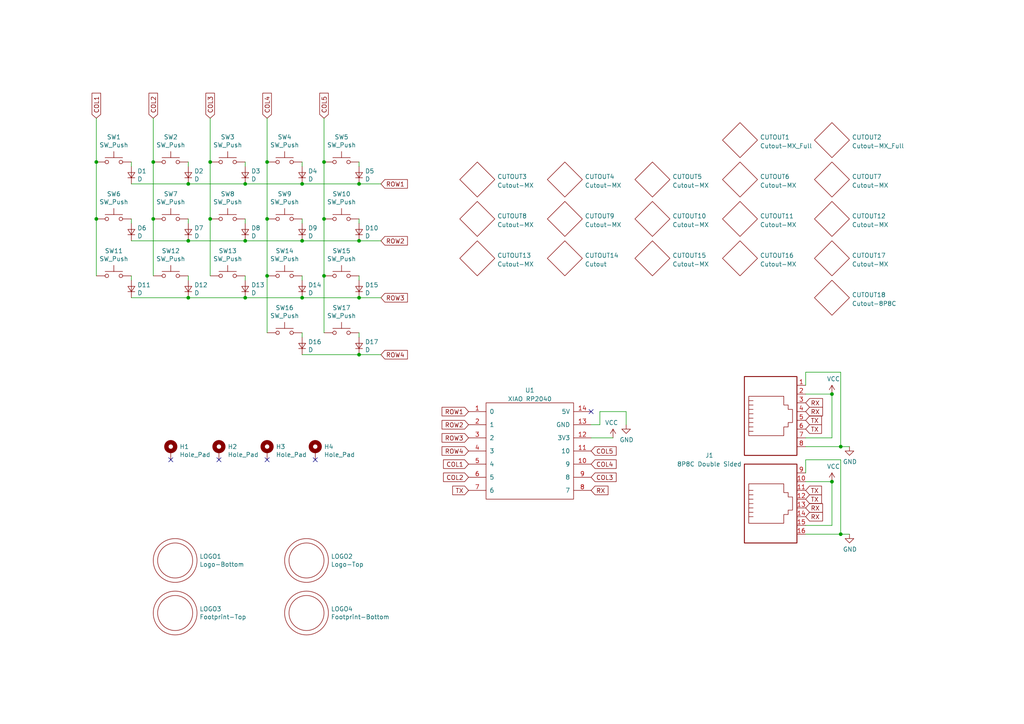
<source format=kicad_sch>
(kicad_sch (version 20211123) (generator eeschema)
  (paper "A4")
  (title_block (title "Janus") (date "2022-06-24") (rev "1.0") (company "skarrmann"))
  (lib_symbols
    (symbol "janus-components:8P8C Double Sided" (pin_names (offset 1.016))
      (property "Reference" "J" (at 0 0 0))
      (property "Value" "8P8C Double Sided" (at 0 -26.035 0))
      (symbol "8P8C Double Sided_1_1"
        (rectangle (start -6.985 24.13) (end 8.255 1.27) (stroke (width 0.254)))
        (polyline (pts (xy -4.445 -8.89) (xy -5.715 -8.89)))
        (polyline (pts (xy -4.445 8.255) (xy -5.715 8.255)))
        (polyline (pts (xy -4.445 9.525) (xy -5.715 9.525)))
        (polyline (pts (xy 8.255 -5.08) (xy 8.255 -6.35)))
        (polyline (pts (xy -5.715 -16.51) (xy -4.445 -16.51) (xy -4.445 -16.51)))
        (polyline (pts (xy -5.715 -15.24) (xy -4.445 -15.24) (xy -4.445 -15.24)))
        (polyline (pts (xy -5.715 -13.97) (xy -4.445 -13.97) (xy -4.445 -13.97)))
        (polyline (pts (xy -5.715 -12.7) (xy -4.445 -12.7) (xy -4.445 -12.7)))
        (polyline (pts (xy -5.715 -11.43) (xy -4.445 -11.43) (xy -4.445 -11.43)))
        (polyline (pts (xy -5.715 12.065) (xy -4.445 12.065) (xy -4.445 12.065)))
        (polyline (pts (xy -5.715 13.335) (xy -4.445 13.335) (xy -4.445 13.335)))
        (polyline (pts (xy -5.715 14.605) (xy -4.445 14.605) (xy -4.445 14.605)))
        (polyline (pts (xy -5.715 15.875) (xy -4.445 15.875) (xy -4.445 15.875)))
        (polyline (pts (xy -5.715 17.145) (xy -4.445 17.145) (xy -4.445 17.145)))
        (polyline (pts (xy -4.445 -10.16) (xy -5.715 -10.16) (xy -5.715 -10.16)))
        (polyline (pts (xy -4.445 10.795) (xy -5.715 10.795) (xy -5.715 10.795)))
        (polyline (pts (xy -5.715 -18.415) (xy -5.715 -6.985) (xy 4.445 -6.985) (xy 4.445 -9.525) (xy 5.715 -9.525) (xy 5.715 -10.795) (xy 6.985 -10.795) (xy 6.985 -14.605) (xy 5.715 -14.605) (xy 5.715 -15.875) (xy 4.445 -15.875) (xy 4.445 -18.415) (xy -5.715 -18.415) (xy -5.715 -18.415)))
        (polyline (pts (xy -5.715 18.415) (xy -5.715 6.985) (xy 4.445 6.985) (xy 4.445 9.525) (xy 5.715 9.525) (xy 5.715 10.795) (xy 6.985 10.795) (xy 6.985 14.605) (xy 5.715 14.605) (xy 5.715 15.875) (xy 4.445 15.875) (xy 4.445 18.415) (xy -5.715 18.415) (xy -5.715 18.415)))
        (rectangle (start 8.255 -1.27) (end -6.985 -24.13) (stroke (width 0.254)))
        (pin passive line (at 10.795 21.59 180) (length 2.54) (name "~") (number "1"))
        (pin passive line (at 10.795 -6.35 180) (length 2.54) (name "~") (number "10"))
        (pin passive line (at 10.795 -8.89 180) (length 2.54) (name "~") (number "11"))
        (pin passive line (at 10.795 -11.43 180) (length 2.54) (name "~") (number "12"))
        (pin passive line (at 10.795 -13.97 180) (length 2.54) (name "~") (number "13"))
        (pin passive line (at 10.795 -16.51 180) (length 2.54) (name "~") (number "14"))
        (pin passive line (at 10.795 -19.05 180) (length 2.54) (name "~") (number "15"))
        (pin passive line (at 10.795 -21.59 180) (length 2.54) (name "~") (number "16"))
        (pin passive line (at 10.795 19.05 180) (length 2.54) (name "~") (number "2"))
        (pin passive line (at 10.795 16.51 180) (length 2.54) (name "~") (number "3"))
        (pin passive line (at 10.795 13.97 180) (length 2.54) (name "~") (number "4"))
        (pin passive line (at 10.795 11.43 180) (length 2.54) (name "~") (number "5"))
        (pin passive line (at 10.795 8.89 180) (length 2.54) (name "~") (number "6"))
        (pin passive line (at 10.795 6.35 180) (length 2.54) (name "~") (number "7"))
        (pin passive line (at 10.795 3.81 180) (length 2.54) (name "~") (number "8"))
        (pin passive line (at 10.795 -3.81 180) (length 2.54) (name "~") (number "9"))
      )
    )
    (symbol "janus-components:Cutout" (pin_names (offset 1.016))
      (property "Reference" "CUTOUT" (at 0 -1.27 0))
      (property "Value" "Cutout" (at 0 1.27 0))
      (symbol "Cutout_0_1"
        (polyline (pts (xy 0 5.08) (xy 5.08 0) (xy 0 -5.08) (xy -5.08 0) (xy 0 5.08)) (stroke (width 0.1524)))
      )
    )
    (symbol "janus-components:D" (pin_numbers hide) (pin_names (offset 0.254) hide)
      (property "Reference" "D" (at -1.27 2.032 0))
      (property "Value" "janus-components_D" (at -1.27 -2.032 0))
      (symbol "D_0_1"
        (polyline (pts (xy -0.762 -1.016) (xy -0.762 1.016)))
        (polyline (pts (xy -0.762 0) (xy 0.762 0)))
        (polyline (pts (xy 0.762 -1.016) (xy -0.762 0) (xy 0.762 1.016) (xy 0.762 -1.016)))
      )
      (symbol "D_1_1"
        (pin passive line (at -2.54 0 0) (length 1.778) (name "K") (number "1"))
        (pin passive line (at 2.54 0 180) (length 1.778) (name "A") (number "2"))
      )
    )
    (symbol "janus-components:Hole_Pad" (pin_numbers hide) (pin_names (offset 1.016) hide)
      (property "Reference" "H" (at 0 6.35 0))
      (property "Value" "janus-components_Hole_Pad" (at 0 4.445 0))
      (symbol "Hole_Pad_0_1"
        (circle (center 0 1.27) (radius 1.27) (stroke (width 1.27)))
      )
      (symbol "Hole_Pad_1_1"
        (pin input line (at 0 -2.54 90) (length 2.54) (name "1") (number "1"))
      )
    )
    (symbol "janus-components:Logo" (pin_names (offset 1.016))
      (property "Reference" "LOGO" (at 0 -1.27 0))
      (property "Value" "janus-components_Logo" (at 0 1.27 0))
      (symbol "Logo_0_1"
        (circle (center 0 0) (radius 5.08))
        (circle (center 0 0) (radius 6.35))
      )
    )
    (symbol "janus-components:SW_Push" (pin_numbers hide) (pin_names (offset 1.016) hide)
      (property "Reference" "SW" (at 1.27 2.54 0))
      (property "Value" "janus-components_SW_Push" (at 0 -1.524 0))
      (symbol "SW_Push_0_1"
        (circle (center -2.032 0) (radius 0.508))
        (polyline (pts (xy 0 1.27) (xy 0 3.048)))
        (polyline (pts (xy 2.54 1.27) (xy -2.54 1.27)))
        (circle (center 2.032 0) (radius 0.508))
        (pin passive line (at -5.08 0 0) (length 2.54) (name "1") (number "1"))
        (pin passive line (at 5.08 0 180) (length 2.54) (name "2") (number "2"))
      )
    )
    (symbol "janus-components:XIAO RP2040" (pin_names (offset 1))
      (property "Reference" "U" (at 0 0 0))
      (property "Value" "XIAO RP2040" (at 0 -15.24 0))
      (symbol "XIAO RP2040_0_1"
        (rectangle (start -12.7 13.97) (end 12.7 -13.97) (stroke (width 0.1524)))
      )
      (symbol "XIAO RP2040_1_1"
        (pin input line (at -17.78 11.43 0) (length 5.08) (name "0") (number "1"))
        (pin input line (at 17.78 -3.81 180) (length 5.08) (name "9") (number "10"))
        (pin input line (at 17.78 0 180) (length 5.08) (name "10") (number "11"))
        (pin input line (at 17.78 3.81 180) (length 5.08) (name "3V3") (number "12"))
        (pin input line (at 17.78 7.62 180) (length 5.08) (name "GND") (number "13"))
        (pin input line (at 17.78 11.43 180) (length 5.08) (name "5V") (number "14"))
        (pin input line (at -17.78 7.62 0) (length 5.08) (name "1") (number "2"))
        (pin input line (at -17.78 3.81 0) (length 5.08) (name "2") (number "3"))
        (pin input line (at -17.78 0 0) (length 5.08) (name "3") (number "4"))
        (pin input line (at -17.78 -3.81 0) (length 5.08) (name "4") (number "5"))
        (pin input line (at -17.78 -7.62 0) (length 5.08) (name "5") (number "6"))
        (pin input line (at -17.78 -11.43 0) (length 5.08) (name "6") (number "7"))
        (pin input line (at 17.78 -11.43 180) (length 5.08) (name "7") (number "8"))
        (pin input line (at 17.78 -7.62 180) (length 5.08) (name "8") (number "9"))
      )
    )
    (symbol "power:GND" (power) (pin_names (offset 0))
      (property "Value" "GND" (at 0 -3.81 0))
      (symbol "GND_0_1"
        (polyline (pts (xy 0 0) (xy 0 -1.27) (xy 1.27 -1.27) (xy 0 -2.54) (xy -1.27 -1.27) (xy 0 -1.27)))
      )
      (symbol "GND_1_1"
        (pin power_in line (at 0 0 270) (length 0) hide (name "GND") (number "1"))
      )
    )
    (symbol "power:VCC" (power) (pin_names (offset 0))
      (property "Value" "VCC" (at 0 3.81 0))
      (symbol "VCC_0_1"
        (polyline (pts (xy -0.762 1.27) (xy 0 2.54)))
        (polyline (pts (xy 0 0) (xy 0 2.54)))
        (polyline (pts (xy 0 2.54) (xy 0.762 1.27)))
      )
      (symbol "VCC_1_1"
        (pin power_in line (at 0 0 90) (length 0) hide (name "VCC") (number "1"))
      )
    )
  )
  (junction (at 60.96 46.99))
  (junction (at 44.45 46.99))
  (junction (at 93.98 46.99))
  (junction (at 93.98 80.01))
  (junction (at 71.12 53.34))
  (junction (at 243.84 154.94))
  (junction (at 54.61 53.34))
  (junction (at 243.84 129.54))
  (junction (at 77.47 46.99))
  (junction (at 104.14 102.87))
  (junction (at 27.94 63.5))
  (junction (at 87.63 69.85))
  (junction (at 87.63 53.34))
  (junction (at 71.12 86.36))
  (junction (at 241.3 114.3))
  (junction (at 104.14 86.36))
  (junction (at 93.98 63.5))
  (junction (at 54.61 86.36))
  (junction (at 77.47 80.01))
  (junction (at 104.14 69.85))
  (junction (at 60.96 63.5))
  (junction (at 104.14 53.34))
  (junction (at 44.45 63.5))
  (junction (at 77.47 63.5))
  (junction (at 241.3 139.7))
  (junction (at 27.94 46.99))
  (junction (at 71.12 69.85))
  (junction (at 54.61 69.85))
  (junction (at 87.63 86.36))
  (no_connect (at 63.5 133.35))
  (no_connect (at 77.47 133.35))
  (no_connect (at 171.45 119.38))
  (no_connect (at 91.44 133.35))
  (no_connect (at 49.53 133.35))
  (wire (pts (xy 60.96 46.99) (xy 60.96 63.5)))
  (wire (pts (xy 27.94 46.99) (xy 27.94 63.5)))
  (wire (pts (xy 44.45 46.99) (xy 44.45 63.5)))
  (wire (pts (xy 87.63 80.01) (xy 87.63 81.28)))
  (wire (pts (xy 93.98 46.99) (xy 93.98 63.5)))
  (wire (pts (xy 27.94 63.5) (xy 27.94 80.01)))
  (wire (pts (xy 241.3 114.3) (xy 241.3 127)))
  (wire (pts (xy 171.45 127) (xy 177.8 127)))
  (wire (pts (xy 54.61 63.5) (xy 54.61 64.77)))
  (wire (pts (xy 246.38 154.94) (xy 243.84 154.94)))
  (wire (pts (xy 243.84 154.94) (xy 243.84 133.35)))
  (wire (pts (xy 87.63 86.36) (xy 104.14 86.36)))
  (wire (pts (xy 54.61 53.34) (xy 71.12 53.34)))
  (wire (pts (xy 87.63 96.52) (xy 87.63 97.79)))
  (wire (pts (xy 87.63 63.5) (xy 87.63 64.77)))
  (wire (pts (xy 77.47 80.01) (xy 77.47 96.52)))
  (wire (pts (xy 38.1 86.36) (xy 54.61 86.36)))
  (wire (pts (xy 71.12 80.01) (xy 71.12 81.28)))
  (wire (pts (xy 71.12 46.99) (xy 71.12 48.26)))
  (wire (pts (xy 54.61 86.36) (xy 71.12 86.36)))
  (wire (pts (xy 38.1 69.85) (xy 54.61 69.85)))
  (wire (pts (xy 104.14 69.85) (xy 110.49 69.85)))
  (wire (pts (xy 27.94 34.29) (xy 27.94 46.99)))
  (wire (pts (xy 173.99 123.19) (xy 173.99 119.38)))
  (wire (pts (xy 233.68 114.3) (xy 241.3 114.3)))
  (wire (pts (xy 104.14 86.36) (xy 110.49 86.36)))
  (wire (pts (xy 93.98 80.01) (xy 93.98 96.52)))
  (wire (pts (xy 44.45 34.29) (xy 44.45 46.99)))
  (wire (pts (xy 77.47 63.5) (xy 77.47 80.01)))
  (wire (pts (xy 233.68 154.94) (xy 243.84 154.94)))
  (wire (pts (xy 87.63 102.87) (xy 104.14 102.87)))
  (wire (pts (xy 93.98 63.5) (xy 93.98 80.01)))
  (wire (pts (xy 38.1 80.01) (xy 38.1 81.28)))
  (wire (pts (xy 233.68 127) (xy 241.3 127)))
  (wire (pts (xy 104.14 102.87) (xy 110.49 102.87)))
  (wire (pts (xy 104.14 96.52) (xy 104.14 97.79)))
  (wire (pts (xy 71.12 86.36) (xy 87.63 86.36)))
  (wire (pts (xy 87.63 69.85) (xy 104.14 69.85)))
  (wire (pts (xy 60.96 34.29) (xy 60.96 46.99)))
  (wire (pts (xy 54.61 80.01) (xy 54.61 81.28)))
  (wire (pts (xy 60.96 63.5) (xy 60.96 80.01)))
  (wire (pts (xy 233.68 107.95) (xy 233.68 111.76)))
  (wire (pts (xy 246.38 129.54) (xy 243.84 129.54)))
  (wire (pts (xy 77.47 34.29) (xy 77.47 46.99)))
  (wire (pts (xy 87.63 53.34) (xy 104.14 53.34)))
  (wire (pts (xy 38.1 53.34) (xy 54.61 53.34)))
  (wire (pts (xy 173.99 119.38) (xy 181.61 119.38)))
  (wire (pts (xy 243.84 129.54) (xy 243.84 107.95)))
  (wire (pts (xy 233.68 152.4) (xy 241.3 152.4)))
  (wire (pts (xy 44.45 63.5) (xy 44.45 80.01)))
  (wire (pts (xy 243.84 107.95) (xy 233.68 107.95)))
  (wire (pts (xy 243.84 133.35) (xy 233.68 133.35)))
  (wire (pts (xy 71.12 63.5) (xy 71.12 64.77)))
  (wire (pts (xy 38.1 46.99) (xy 38.1 48.26)))
  (wire (pts (xy 54.61 46.99) (xy 54.61 48.26)))
  (wire (pts (xy 233.68 133.35) (xy 233.68 137.16)))
  (wire (pts (xy 104.14 46.99) (xy 104.14 48.26)))
  (wire (pts (xy 233.68 129.54) (xy 243.84 129.54)))
  (wire (pts (xy 71.12 69.85) (xy 87.63 69.85)))
  (wire (pts (xy 171.45 123.19) (xy 173.99 123.19)))
  (wire (pts (xy 38.1 63.5) (xy 38.1 64.77)))
  (wire (pts (xy 104.14 80.01) (xy 104.14 81.28)))
  (wire (pts (xy 233.68 139.7) (xy 241.3 139.7)))
  (wire (pts (xy 54.61 69.85) (xy 71.12 69.85)))
  (wire (pts (xy 104.14 63.5) (xy 104.14 64.77)))
  (wire (pts (xy 77.47 46.99) (xy 77.47 63.5)))
  (wire (pts (xy 93.98 34.29) (xy 93.98 46.99)))
  (wire (pts (xy 104.14 53.34) (xy 110.49 53.34)))
  (wire (pts (xy 71.12 53.34) (xy 87.63 53.34)))
  (wire (pts (xy 87.63 46.99) (xy 87.63 48.26)))
  (wire (pts (xy 181.61 119.38) (xy 181.61 123.19)))
  (wire (pts (xy 241.3 139.7) (xy 241.3 152.4)))
  (global_label "ROW1" (shape input) (at 110.49 53.34 0) (property "Intersheet References" "${INTERSHEET_REFS}" (effects hide)))
  (global_label "RX" (shape input) (at 171.45 142.24 0) (property "Intersheet References" "${INTERSHEET_REFS}" (effects hide)))
  (global_label "COL3" (shape input) (at 171.45 138.43 0) (property "Intersheet References" "${INTERSHEET_REFS}" (effects hide)))
  (global_label "TX" (shape input) (at 233.68 124.46 0) (property "Intersheet References" "${INTERSHEET_REFS}" (effects hide)))
  (global_label "ROW3" (shape input) (at 135.89 127 180) (property "Intersheet References" "${INTERSHEET_REFS}" (effects hide)))
  (global_label "TX" (shape input) (at 233.68 142.24 0) (property "Intersheet References" "${INTERSHEET_REFS}" (effects hide)))
  (global_label "ROW3" (shape input) (at 110.49 86.36 0) (property "Intersheet References" "${INTERSHEET_REFS}" (effects hide)))
  (global_label "ROW2" (shape input) (at 135.89 123.19 180) (property "Intersheet References" "${INTERSHEET_REFS}" (effects hide)))
  (global_label "TX" (shape input) (at 233.68 144.78 0) (property "Intersheet References" "${INTERSHEET_REFS}" (effects hide)))
  (global_label "COL1" (shape input) (at 27.94 34.29 90) (property "Intersheet References" "${INTERSHEET_REFS}" (effects hide)))
  (global_label "ROW2" (shape input) (at 110.49 69.85 0) (property "Intersheet References" "${INTERSHEET_REFS}" (effects hide)))
  (global_label "RX" (shape input) (at 233.68 147.32 0) (property "Intersheet References" "${INTERSHEET_REFS}" (effects hide)))
  (global_label "COL4" (shape input) (at 171.45 134.62 0) (property "Intersheet References" "${INTERSHEET_REFS}" (effects hide)))
  (global_label "ROW4" (shape input) (at 135.89 130.81 180) (property "Intersheet References" "${INTERSHEET_REFS}" (effects hide)))
  (global_label "COL2" (shape input) (at 135.89 138.43 180) (property "Intersheet References" "${INTERSHEET_REFS}" (effects hide)))
  (global_label "TX" (shape input) (at 135.89 142.24 180) (property "Intersheet References" "${INTERSHEET_REFS}" (effects hide)))
  (global_label "COL2" (shape input) (at 44.45 34.29 90) (property "Intersheet References" "${INTERSHEET_REFS}" (effects hide)))
  (global_label "TX" (shape input) (at 233.68 121.92 0) (property "Intersheet References" "${INTERSHEET_REFS}" (effects hide)))
  (global_label "RX" (shape input) (at 233.68 116.84 0) (property "Intersheet References" "${INTERSHEET_REFS}" (effects hide)))
  (global_label "COL4" (shape input) (at 77.47 34.29 90) (property "Intersheet References" "${INTERSHEET_REFS}" (effects hide)))
  (global_label "ROW4" (shape input) (at 110.49 102.87 0) (property "Intersheet References" "${INTERSHEET_REFS}" (effects hide)))
  (global_label "COL5" (shape input) (at 171.45 130.81 0) (property "Intersheet References" "${INTERSHEET_REFS}" (effects hide)))
  (global_label "ROW1" (shape input) (at 135.89 119.38 180) (property "Intersheet References" "${INTERSHEET_REFS}" (effects hide)))
  (global_label "COL1" (shape input) (at 135.89 134.62 180) (property "Intersheet References" "${INTERSHEET_REFS}" (effects hide)))
  (global_label "COL3" (shape input) (at 60.96 34.29 90) (property "Intersheet References" "${INTERSHEET_REFS}" (effects hide)))
  (global_label "RX" (shape input) (at 233.68 119.38 0) (property "Intersheet References" "${INTERSHEET_REFS}" (effects hide)))
  (global_label "COL5" (shape input) (at 93.98 34.29 90) (property "Intersheet References" "${INTERSHEET_REFS}" (effects hide)))
  (global_label "RX" (shape input) (at 233.68 149.86 0) (property "Intersheet References" "${INTERSHEET_REFS}" (effects hide)))
  (symbol (lib_id "janus-components:SW_Push") (at 33.02 46.99 0) (unit 1)
    (property "Reference" "SW1" (at 33.02 39.751 0))
    (property "Value" "SW_Push" (at 33.02 42.0624 0))
    (property "Footprint" "janus-footprints:SW_MX_Reversible" (effects hide))
  )
  (symbol (lib_id "janus-components:SW_Push") (at 66.04 80.01 0) (unit 1)
    (property "Reference" "SW13" (at 66.04 72.771 0))
    (property "Value" "SW_Push" (at 66.04 75.0824 0))
    (property "Footprint" "janus-footprints:SW_MX_Reversible" (effects hide))
  )
  (symbol (lib_id "janus-components:D") (at 71.12 83.82 90) (unit 1)
    (property "Reference" "D13" (at 72.8472 82.6516 90) (effects (justify right)))
    (property "Value" "D" (at 72.8472 84.963 90) (effects (justify right)))
    (property "Footprint" "janus-footprints:D_SOD-123_Reversible" (effects hide))
  )
  (symbol (lib_id "power:GND") (at 181.61 123.19 0) (unit 1)
    (property "Reference" "#PWR04" (effects hide))
    (property "Value" "GND" (at 181.737 127.5842 0))
  )
  (symbol (lib_id "janus-components:D") (at 38.1 50.8 90) (unit 1)
    (property "Reference" "D1" (at 39.8272 49.6316 90) (effects (justify right)))
    (property "Value" "D" (at 39.8272 51.943 90) (effects (justify right)))
    (property "Footprint" "janus-footprints:D_SOD-123_Reversible" (effects hide))
  )
  (symbol (lib_id "power:VCC") (at 177.8 127 0) (mirror y) (unit 1)
    (property "Reference" "#PWR05" (effects hide))
    (property "Value" "VCC" (at 177.3682 122.6058 0))
  )
  (symbol (lib_id "janus-components:Hole_Pad") (at 49.53 130.81 0) (unit 1)
    (property "Reference" "H1" (at 52.07 129.5654 0) (effects (justify left)))
    (property "Value" "Hole_Pad" (at 52.07 131.8768 0) (effects (justify left)))
    (property "Footprint" "janus-footprints:Mount_M2" (effects hide))
  )
  (symbol (lib_id "janus-components:Hole_Pad") (at 63.5 130.81 0) (unit 1)
    (property "Reference" "H2" (at 66.04 129.5654 0) (effects (justify left)))
    (property "Value" "Hole_Pad" (at 66.04 131.8768 0) (effects (justify left)))
    (property "Footprint" "janus-footprints:Mount_M2" (effects hide))
  )
  (symbol (lib_id "janus-components:Hole_Pad") (at 77.47 130.81 0) (unit 1)
    (property "Reference" "H3" (at 80.01 129.5654 0) (effects (justify left)))
    (property "Value" "Hole_Pad" (at 80.01 131.8768 0) (effects (justify left)))
    (property "Footprint" "janus-footprints:Mount_M2" (effects hide))
  )
  (symbol (lib_id "janus-components:Hole_Pad") (at 91.44 130.81 0) (unit 1)
    (property "Reference" "H4" (at 93.98 129.5654 0) (effects (justify left)))
    (property "Value" "Hole_Pad" (at 93.98 131.8768 0) (effects (justify left)))
    (property "Footprint" "janus-footprints:Mount_M2" (effects hide))
  )
  (symbol (lib_id "janus-components:Logo") (at 50.8 162.56 0) (unit 1)
    (property "Reference" "LOGO1" (at 57.8612 161.3916 0) (effects (justify left)))
    (property "Value" "Logo-Bottom" (at 57.8612 163.703 0) (effects (justify left)))
    (property "Footprint" "janus-footprints:Logo_Janus" (effects hide))
  )
  (symbol (lib_id "janus-components:D") (at 54.61 50.8 90) (unit 1)
    (property "Reference" "D2" (at 56.3372 49.6316 90) (effects (justify right)))
    (property "Value" "D" (at 56.3372 51.943 90) (effects (justify right)))
    (property "Footprint" "janus-footprints:D_SOD-123_Reversible" (effects hide))
  )
  (symbol (lib_id "janus-components:SW_Push") (at 49.53 46.99 0) (unit 1)
    (property "Reference" "SW2" (at 49.53 39.751 0))
    (property "Value" "SW_Push" (at 49.53 42.0624 0))
    (property "Footprint" "janus-footprints:SW_MX_Reversible" (effects hide))
  )
  (symbol (lib_id "janus-components:D") (at 87.63 83.82 90) (unit 1)
    (property "Reference" "D14" (at 89.3572 82.6516 90) (effects (justify right)))
    (property "Value" "D" (at 89.3572 84.963 90) (effects (justify right)))
    (property "Footprint" "janus-footprints:D_SOD-123_Reversible" (effects hide))
  )
  (symbol (lib_id "janus-components:SW_Push") (at 82.55 80.01 0) (unit 1)
    (property "Reference" "SW14" (at 82.55 72.771 0))
    (property "Value" "SW_Push" (at 82.55 75.0824 0))
    (property "Footprint" "janus-footprints:SW_MX_Reversible" (effects hide))
  )
  (symbol (lib_id "janus-components:D") (at 71.12 50.8 90) (unit 1)
    (property "Reference" "D3" (at 72.8472 49.6316 90) (effects (justify right)))
    (property "Value" "D" (at 72.8472 51.943 90) (effects (justify right)))
    (property "Footprint" "janus-footprints:D_SOD-123_Reversible" (effects hide))
  )
  (symbol (lib_id "janus-components:SW_Push") (at 66.04 46.99 0) (unit 1)
    (property "Reference" "SW3" (at 66.04 39.751 0))
    (property "Value" "SW_Push" (at 66.04 42.0624 0))
    (property "Footprint" "janus-footprints:SW_MX_Reversible" (effects hide))
  )
  (symbol (lib_id "janus-components:D") (at 104.14 83.82 90) (unit 1)
    (property "Reference" "D15" (at 105.8672 82.6516 90) (effects (justify right)))
    (property "Value" "D" (at 105.8672 84.963 90) (effects (justify right)))
    (property "Footprint" "janus-footprints:D_SOD-123_Reversible" (effects hide))
  )
  (symbol (lib_id "janus-components:SW_Push") (at 99.06 80.01 0) (unit 1)
    (property "Reference" "SW15" (at 99.06 72.771 0))
    (property "Value" "SW_Push" (at 99.06 75.0824 0))
    (property "Footprint" "janus-footprints:SW_MX_Reversible" (effects hide))
  )
  (symbol (lib_id "janus-components:D") (at 87.63 50.8 90) (unit 1)
    (property "Reference" "D4" (at 89.3572 49.6316 90) (effects (justify right)))
    (property "Value" "D" (at 89.3572 51.943 90) (effects (justify right)))
    (property "Footprint" "janus-footprints:D_SOD-123_Reversible" (effects hide))
  )
  (symbol (lib_id "janus-components:SW_Push") (at 82.55 46.99 0) (unit 1)
    (property "Reference" "SW4" (at 82.55 39.751 0))
    (property "Value" "SW_Push" (at 82.55 42.0624 0))
    (property "Footprint" "janus-footprints:SW_MX_Reversible" (effects hide))
  )
  (symbol (lib_id "janus-components:D") (at 87.63 100.33 90) (unit 1)
    (property "Reference" "D16" (at 89.3572 99.1616 90) (effects (justify right)))
    (property "Value" "D" (at 89.3572 101.473 90) (effects (justify right)))
    (property "Footprint" "janus-footprints:D_SOD-123_Reversible" (effects hide))
  )
  (symbol (lib_id "janus-components:SW_Push") (at 82.55 96.52 0) (unit 1)
    (property "Reference" "SW16" (at 82.55 89.281 0))
    (property "Value" "SW_Push" (at 82.55 91.5924 0))
    (property "Footprint" "janus-footprints:SW_MX_Reversible" (effects hide))
  )
  (symbol (lib_id "janus-components:D") (at 104.14 50.8 90) (unit 1)
    (property "Reference" "D5" (at 105.8672 49.6316 90) (effects (justify right)))
    (property "Value" "D" (at 105.8672 51.943 90) (effects (justify right)))
    (property "Footprint" "janus-footprints:D_SOD-123_Reversible" (effects hide))
  )
  (symbol (lib_id "janus-components:SW_Push") (at 99.06 46.99 0) (unit 1)
    (property "Reference" "SW5" (at 99.06 39.751 0))
    (property "Value" "SW_Push" (at 99.06 42.0624 0))
    (property "Footprint" "janus-footprints:SW_MX_Reversible" (effects hide))
  )
  (symbol (lib_id "janus-components:D") (at 104.14 100.33 90) (unit 1)
    (property "Reference" "D17" (at 105.8672 99.1616 90) (effects (justify right)))
    (property "Value" "D" (at 105.8672 101.473 90) (effects (justify right)))
    (property "Footprint" "janus-footprints:D_SOD-123_Reversible" (effects hide))
  )
  (symbol (lib_id "janus-components:SW_Push") (at 99.06 96.52 0) (unit 1)
    (property "Reference" "SW17" (at 99.06 89.281 0))
    (property "Value" "SW_Push" (at 99.06 91.5924 0))
    (property "Footprint" "janus-footprints:SW_MX_Reversible" (effects hide))
  )
  (symbol (lib_id "janus-components:D") (at 38.1 67.31 90) (unit 1)
    (property "Reference" "D6" (at 39.8272 66.1416 90) (effects (justify right)))
    (property "Value" "D" (at 39.8272 68.453 90) (effects (justify right)))
    (property "Footprint" "janus-footprints:D_SOD-123_Reversible" (effects hide))
  )
  (symbol (lib_id "janus-components:SW_Push") (at 33.02 63.5 0) (unit 1)
    (property "Reference" "SW6" (at 33.02 56.261 0))
    (property "Value" "SW_Push" (at 33.02 58.5724 0))
    (property "Footprint" "janus-footprints:SW_MX_Reversible" (effects hide))
  )
  (symbol (lib_id "janus-components:D") (at 54.61 67.31 90) (unit 1)
    (property "Reference" "D7" (at 56.3372 66.1416 90) (effects (justify right)))
    (property "Value" "D" (at 56.3372 68.453 90) (effects (justify right)))
    (property "Footprint" "janus-footprints:D_SOD-123_Reversible" (effects hide))
  )
  (symbol (lib_id "janus-components:SW_Push") (at 49.53 63.5 0) (unit 1)
    (property "Reference" "SW7" (at 49.53 56.261 0))
    (property "Value" "SW_Push" (at 49.53 58.5724 0))
    (property "Footprint" "janus-footprints:SW_MX_Reversible" (effects hide))
  )
  (symbol (lib_id "janus-components:D") (at 71.12 67.31 90) (unit 1)
    (property "Reference" "D8" (at 72.8472 66.1416 90) (effects (justify right)))
    (property "Value" "D" (at 72.8472 68.453 90) (effects (justify right)))
    (property "Footprint" "janus-footprints:D_SOD-123_Reversible" (effects hide))
  )
  (symbol (lib_id "janus-components:SW_Push") (at 66.04 63.5 0) (unit 1)
    (property "Reference" "SW8" (at 66.04 56.261 0))
    (property "Value" "SW_Push" (at 66.04 58.5724 0))
    (property "Footprint" "janus-footprints:SW_MX_Reversible" (effects hide))
  )
  (symbol (lib_id "janus-components:D") (at 87.63 67.31 90) (unit 1)
    (property "Reference" "D9" (at 89.3572 66.1416 90) (effects (justify right)))
    (property "Value" "D" (at 89.3572 68.453 90) (effects (justify right)))
    (property "Footprint" "janus-footprints:D_SOD-123_Reversible" (effects hide))
  )
  (symbol (lib_id "janus-components:SW_Push") (at 82.55 63.5 0) (unit 1)
    (property "Reference" "SW9" (at 82.55 56.261 0))
    (property "Value" "SW_Push" (at 82.55 58.5724 0))
    (property "Footprint" "janus-footprints:SW_MX_Reversible" (effects hide))
  )
  (symbol (lib_id "janus-components:D") (at 104.14 67.31 90) (unit 1)
    (property "Reference" "D10" (at 105.8672 66.1416 90) (effects (justify right)))
    (property "Value" "D" (at 105.8672 68.453 90) (effects (justify right)))
    (property "Footprint" "janus-footprints:D_SOD-123_Reversible" (effects hide))
  )
  (symbol (lib_id "janus-components:SW_Push") (at 99.06 63.5 0) (unit 1)
    (property "Reference" "SW10" (at 99.06 56.261 0))
    (property "Value" "SW_Push" (at 99.06 58.5724 0))
    (property "Footprint" "janus-footprints:SW_MX_Reversible" (effects hide))
  )
  (symbol (lib_id "janus-components:D") (at 38.1 83.82 90) (unit 1)
    (property "Reference" "D11" (at 39.8272 82.6516 90) (effects (justify right)))
    (property "Value" "D" (at 39.8272 84.963 90) (effects (justify right)))
    (property "Footprint" "janus-footprints:D_SOD-123_Reversible" (effects hide))
  )
  (symbol (lib_id "janus-components:SW_Push") (at 33.02 80.01 0) (unit 1)
    (property "Reference" "SW11" (at 33.02 72.771 0))
    (property "Value" "SW_Push" (at 33.02 75.0824 0))
    (property "Footprint" "janus-footprints:SW_MX_Reversible" (effects hide))
  )
  (symbol (lib_id "janus-components:D") (at 54.61 83.82 90) (unit 1)
    (property "Reference" "D12" (at 56.3372 82.6516 90) (effects (justify right)))
    (property "Value" "D" (at 56.3372 84.963 90) (effects (justify right)))
    (property "Footprint" "janus-footprints:D_SOD-123_Reversible" (effects hide))
  )
  (symbol (lib_id "janus-components:SW_Push") (at 49.53 80.01 0) (unit 1)
    (property "Reference" "SW12" (at 49.53 72.771 0))
    (property "Value" "SW_Push" (at 49.53 75.0824 0))
    (property "Footprint" "janus-footprints:SW_MX_Reversible" (effects hide))
  )
  (symbol (lib_id "janus-components:Logo") (at 88.9 162.56 0) (unit 1)
    (property "Reference" "LOGO2" (at 95.9612 161.3916 0) (effects (justify left)))
    (property "Value" "Logo-Top" (at 95.9612 163.703 0) (effects (justify left)))
    (property "Footprint" "janus-footprints:Logo_Janus" (effects hide))
  )
  (symbol (lib_id "power:GND") (at 246.38 129.54 0) (unit 1)
    (property "Reference" "#PWR0107" (effects hide))
    (property "Value" "GND" (at 246.507 133.9342 0))
  )
  (symbol (lib_id "janus-components:Cutout") (at 138.43 63.5 0) (unit 1)
    (property "Reference" "CUTOUT8" (at 144.2212 62.6653 0) (effects (justify left)))
    (property "Value" "Cutout-MX" (at 144.2212 65.2022 0) (effects (justify left)))
    (property "Footprint" "janus-footprints:Cutout_SW_MX_Pads" (effects hide))
  )
  (symbol (lib_id "janus-components:Cutout") (at 138.43 52.07 0) (unit 1)
    (property "Reference" "CUTOUT3" (at 144.2212 51.2353 0) (effects (justify left)))
    (property "Value" "Cutout-MX" (at 144.2212 53.7722 0) (effects (justify left)))
    (property "Footprint" "janus-footprints:Cutout_SW_MX_Pads" (effects hide))
  )
  (symbol (lib_id "janus-components:XIAO RP2040") (at 153.67 130.81 0) (unit 1)
    (property "Reference" "U1" (at 153.67 113.191 0))
    (property "Value" "XIAO RP2040" (at 153.67 115.7279 0))
    (property "Footprint" "janus-footprints:XIAO-RP2040_Reversible" (effects hide))
  )
  (symbol (lib_id "janus-components:Cutout") (at 241.3 63.5 0) (unit 1)
    (property "Reference" "CUTOUT12" (at 247.0912 62.6653 0) (effects (justify left)))
    (property "Value" "Cutout-MX" (at 247.0912 65.2022 0) (effects (justify left)))
    (property "Footprint" "janus-footprints:Cutout_SW_MX_Pads" (effects hide))
  )
  (symbol (lib_id "janus-components:Cutout") (at 241.3 86.36 0) (unit 1)
    (property "Reference" "CUTOUT18" (at 247.0912 85.5253 0) (effects (justify left)))
    (property "Value" "Cutout-8P8C" (at 247.0912 88.0622 0) (effects (justify left)))
    (property "Footprint" "janus-footprints:Cutout_8P8C_SMT" (effects hide))
  )
  (symbol (lib_id "janus-components:Cutout") (at 214.63 52.07 0) (unit 1)
    (property "Reference" "CUTOUT6" (at 220.4212 51.2353 0) (effects (justify left)))
    (property "Value" "Cutout-MX" (at 220.4212 53.7722 0) (effects (justify left)))
    (property "Footprint" "janus-footprints:Cutout_SW_MX_Pads" (effects hide))
  )
  (symbol (lib_id "janus-components:Cutout") (at 189.23 52.07 0) (unit 1)
    (property "Reference" "CUTOUT5" (at 195.0212 51.2353 0) (effects (justify left)))
    (property "Value" "Cutout-MX" (at 195.0212 53.7722 0) (effects (justify left)))
    (property "Footprint" "janus-footprints:Cutout_SW_MX_Pads" (effects hide))
  )
  (symbol (lib_id "janus-components:Cutout") (at 241.3 40.64 0) (unit 1)
    (property "Reference" "CUTOUT2" (at 247.0912 39.8053 0) (effects (justify left)))
    (property "Value" "Cutout-MX_Full" (at 247.0912 42.3422 0) (effects (justify left)))
    (property "Footprint" "janus-footprints:Cutout_SW_MX_Full" (effects hide))
  )
  (symbol (lib_id "janus-components:Cutout") (at 214.63 63.5 0) (unit 1)
    (property "Reference" "CUTOUT11" (at 220.4212 62.6653 0) (effects (justify left)))
    (property "Value" "Cutout-MX" (at 220.4212 65.2022 0) (effects (justify left)))
    (property "Footprint" "janus-footprints:Cutout_SW_MX_Pads" (effects hide))
  )
  (symbol (lib_id "janus-components:Cutout") (at 189.23 63.5 0) (unit 1)
    (property "Reference" "CUTOUT10" (at 195.0212 62.6653 0) (effects (justify left)))
    (property "Value" "Cutout-MX" (at 195.0212 65.2022 0) (effects (justify left)))
    (property "Footprint" "janus-footprints:Cutout_SW_MX_Pads" (effects hide))
  )
  (symbol (lib_id "janus-components:Cutout") (at 138.43 74.93 0) (unit 1)
    (property "Reference" "CUTOUT13" (at 144.2212 74.0953 0) (effects (justify left)))
    (property "Value" "Cutout-MX" (at 144.2212 76.6322 0) (effects (justify left)))
    (property "Footprint" "janus-footprints:Cutout_SW_MX_Pads" (effects hide))
  )
  (symbol (lib_id "janus-components:Cutout") (at 163.83 63.5 0) (unit 1)
    (property "Reference" "CUTOUT9" (at 169.6212 62.6653 0) (effects (justify left)))
    (property "Value" "Cutout-MX" (at 169.6212 65.2022 0) (effects (justify left)))
    (property "Footprint" "janus-footprints:Cutout_SW_MX_Pads" (effects hide))
  )
  (symbol (lib_id "power:GND") (at 246.38 154.94 0) (unit 1)
    (property "Reference" "#PWR?" (effects hide))
    (property "Value" "GND" (at 246.507 159.3342 0))
  )
  (symbol (lib_id "janus-components:Cutout") (at 214.63 40.64 0) (unit 1)
    (property "Reference" "CUTOUT1" (at 220.4212 39.8053 0) (effects (justify left)))
    (property "Value" "Cutout-MX_Full" (at 220.4212 42.3422 0) (effects (justify left)))
    (property "Footprint" "janus-footprints:Cutout_SW_MX_Full" (effects hide))
  )
  (symbol (lib_id "janus-components:Cutout") (at 189.23 74.93 0) (unit 1)
    (property "Reference" "CUTOUT15" (at 195.0212 74.0953 0) (effects (justify left)))
    (property "Value" "Cutout-MX" (at 195.0212 76.6322 0) (effects (justify left)))
    (property "Footprint" "janus-footprints:Cutout_SW_MX_Pads" (effects hide))
  )
  (symbol (lib_id "power:VCC") (at 241.3 139.7 0) (unit 1)
    (property "Reference" "#PWR?" (effects hide))
    (property "Value" "VCC" (at 241.7318 135.3058 0))
  )
  (symbol (lib_id "janus-components:Logo") (at 50.8 177.8 0) (unit 1)
    (property "Reference" "LOGO3" (at 57.8612 176.6316 0) (effects (justify left)))
    (property "Value" "Footprint-Top" (at 57.8612 178.943 0) (effects (justify left)))
    (property "Footprint" "janus-footprints:Logo_Janus_Footprint" (effects hide))
  )
  (symbol (lib_id "janus-components:Logo") (at 88.9 177.8 0) (unit 1)
    (property "Reference" "LOGO4" (at 95.9612 176.6316 0) (effects (justify left)))
    (property "Value" "Footprint-Bottom" (at 95.9612 178.943 0) (effects (justify left)))
    (property "Footprint" "janus-footprints:Logo_Janus_Footprint" (effects hide))
  )
  (symbol (lib_id "power:VCC") (at 241.3 114.3 0) (unit 1)
    (property "Reference" "#PWR0108" (effects hide))
    (property "Value" "VCC" (at 241.7318 109.9058 0))
  )
  (symbol (lib_id "janus-components:Cutout") (at 214.63 74.93 0) (unit 1)
    (property "Reference" "CUTOUT16" (at 220.4212 74.0953 0) (effects (justify left)))
    (property "Value" "Cutout-MX" (at 220.4212 76.6322 0) (effects (justify left)))
    (property "Footprint" "janus-footprints:Cutout_SW_MX_Pads" (effects hide))
  )
  (symbol (lib_id "janus-components:Cutout") (at 241.3 52.07 0) (unit 1)
    (property "Reference" "CUTOUT7" (at 247.0912 51.2353 0) (effects (justify left)))
    (property "Value" "Cutout-MX" (at 247.0912 53.7722 0) (effects (justify left)))
    (property "Footprint" "janus-footprints:Cutout_SW_MX_Pads" (effects hide))
  )
  (symbol (lib_id "janus-components:Cutout") (at 241.3 74.93 0) (unit 1)
    (property "Reference" "CUTOUT17" (at 247.0912 74.0953 0) (effects (justify left)))
    (property "Value" "Cutout-MX" (at 247.0912 76.6322 0) (effects (justify left)))
    (property "Footprint" "janus-footprints:Cutout_SW_MX_Pads" (effects hide))
  )
  (symbol (lib_id "janus-components:8P8C Double Sided") (at 222.885 133.35 0) (unit 1)
    (property "Reference" "J1" (at 205.74 132.08 0))
    (property "Value" "8P8C Double Sided" (at 205.74 134.6169 0))
    (property "Footprint" "janus-footprints:8P8C_SMT_Double_Sided" (effects hide))
  )
  (symbol (lib_id "janus-components:Cutout") (at 163.83 74.93 0) (unit 1)
    (property "Reference" "CUTOUT14" (at 169.6212 74.0953 0) (effects (justify left)))
    (property "Value" "Cutout" (at 169.6212 76.6322 0) (effects (justify left)))
    (property "Footprint" "janus-footprints:Cutout_SW_MX_Pads" (effects hide))
  )
  (symbol (lib_id "janus-components:Cutout") (at 163.83 52.07 0) (unit 1)
    (property "Reference" "CUTOUT4" (at 169.6212 51.2353 0) (effects (justify left)))
    (property "Value" "Cutout-MX" (at 169.6212 53.7722 0) (effects (justify left)))
    (property "Footprint" "janus-footprints:Cutout_SW_MX_Pads" (effects hide))
  )
)
</source>
